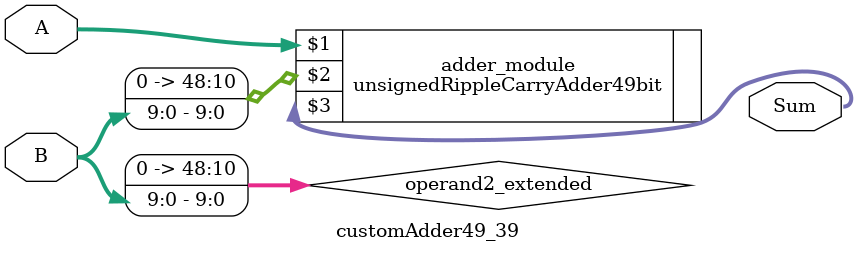
<source format=v>
module customAdder49_39(
                        input [48 : 0] A,
                        input [9 : 0] B,
                        
                        output [49 : 0] Sum
                );

        wire [48 : 0] operand2_extended;
        
        assign operand2_extended =  {39'b0, B};
        
        unsignedRippleCarryAdder49bit adder_module(
            A,
            operand2_extended,
            Sum
        );
        
        endmodule
        
</source>
